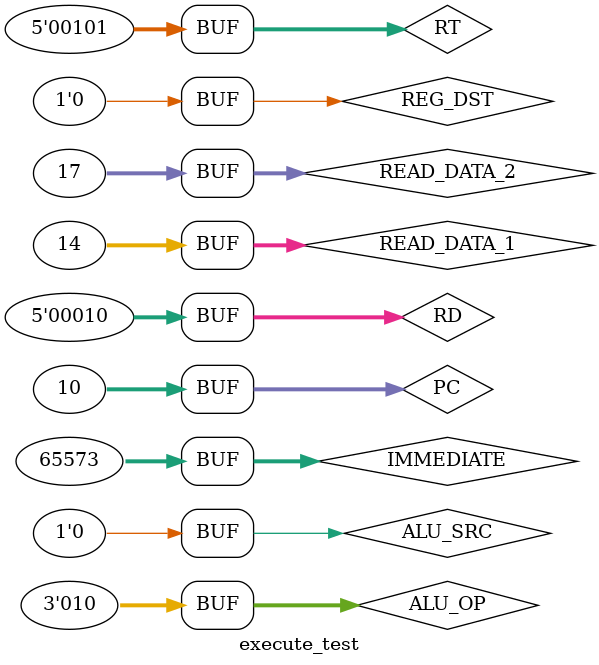
<source format=v>
`timescale 1ns / 1ps


module execute_test;

	// Inputs
	reg REG_DST;
	reg ALU_SRC;
	reg [2:0] ALU_OP;
	reg [31:0] READ_DATA_1;
	reg [31:0] READ_DATA_2;
	reg [31:0] IMMEDIATE;
	reg [4:0] RD;
	reg [4:0] RT;
	reg [31:0] PC;

	// Outputs
	wire [31:0] BRANCH_TARGET;
	wire [31:0] ALU_RESULT;
	wire ZERO;
	wire [31:0] WRITE_DATA;
	wire [4:0] WRITE_REGISTER;

	// Instantiate the Unit Under Test (UUT)
	Execute_Stage uut (
		.REG_DST(REG_DST), 
		.ALU_SRC(ALU_SRC), 
		.ALU_OP(ALU_OP), 
		.READ_DATA_1(READ_DATA_1), 
		.READ_DATA_2(READ_DATA_2), 
		.IMMEDIATE(IMMEDIATE), 
		.RD(RD), 
		.RT(RT),
		.PC(PC),
		.BRANCH_TARGET(BRANCH_TARGET), 
		.ALU_RESULT(ALU_RESULT), 
		.ZERO(ZERO), 
		.WRITE_DATA(WRITE_DATA), 
		.WRITE_REGISTER(WRITE_REGISTER)
	);

	initial begin
		// Initialize Inputs
		REG_DST = 0;
		ALU_SRC = 0;
		ALU_OP = 2'b10;
		READ_DATA_1 = 14;
		READ_DATA_2 = 17;
		IMMEDIATE = 32'h00010020;
		RD = 2;
		RT = 5;
		PC = 10;

		// Wait 100 ns for global reset to finish
		#100;

		REG_DST = 0;
		ALU_SRC = 0;
		ALU_OP = 2'b01;
		READ_DATA_1 = 17;
		READ_DATA_2 = 17;
		IMMEDIATE = 32'h00010000;
		RD = 2;
		RT = 5;
		PC = 10;

		// Wait 100 ns for global reset to finish
		#100;


		REG_DST = 0;
		ALU_SRC = 0;
		ALU_OP = 2'b10;
		READ_DATA_1 = 14;
		READ_DATA_2 = 17;
		IMMEDIATE = 32'h00010025;
		RD = 2;
		RT = 5;
		PC = 10;

		// Wait 100 ns for global reset to finish
		#100;

        
		// Add stimulus here

	end
      
endmodule


</source>
